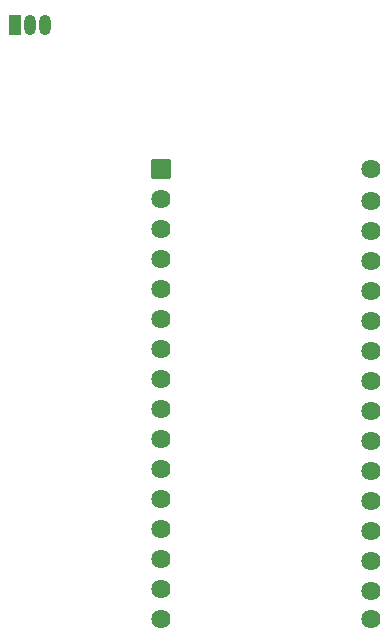
<source format=gbs>
G04 Layer: BottomSolderMaskLayer*
G04 EasyEDA Pro v2.1.59.0ce47373.225d47, 2024-05-24 15:24:34*
G04 Gerber Generator version 0.3*
G04 Scale: 100 percent, Rotated: No, Reflected: No*
G04 Dimensions in millimeters*
G04 Leading zeros omitted, absolute positions, 3 integers and 5 decimals*
%FSLAX35Y35*%
%MOMM*%
%AMRoundRect*1,1,$1,$2,$3*1,1,$1,$4,$5*1,1,$1,0-$2,0-$3*1,1,$1,0-$4,0-$5*20,1,$1,$2,$3,$4,$5,0*20,1,$1,$4,$5,0-$2,0-$3,0*20,1,$1,0-$2,0-$3,0-$4,0-$5,0*20,1,$1,0-$4,0-$5,$2,$3,0*4,1,4,$2,$3,$4,$5,0-$2,0-$3,0-$4,0-$5,$2,$3,0*%
%ADD10O,1.0016X1.7016*%
%ADD11RoundRect,0.09224X-0.45468X0.80468X0.45468X0.80468*%
%ADD12RoundRect,0.09562X-0.76499X0.76499X0.76499X0.76499*%
%ADD13C,1.6256*%
G75*


G04 Pad Start*
G54D10*
G01X-3733800Y5956300D03*
G01X-3860800Y5956300D03*
G54D11*
G01X-3987800Y5956300D03*
G54D12*
G01X-2755900Y4737100D03*
G54D13*
G01X-2755900Y4483100D03*
G01X-2755900Y4229100D03*
G01X-2755900Y3975100D03*
G01X-2755900Y3721100D03*
G01X-2755900Y3467100D03*
G01X-2755900Y3213100D03*
G01X-2755900Y2956926D03*
G01X-2755900Y2705100D03*
G01X-2755900Y2451100D03*
G01X-2755900Y2197100D03*
G01X-2755900Y1943100D03*
G01X-2755900Y1689100D03*
G01X-2755900Y1181100D03*
G01X-2755900Y927100D03*
G01X-2755900Y1435100D03*
G01X-977900Y927100D03*
G01X-977900Y4470557D03*
G01X-977900Y4216557D03*
G01X-977900Y3962557D03*
G01X-977900Y3704350D03*
G01X-977900Y3454557D03*
G01X-977900Y3200557D03*
G01X-977900Y2946557D03*
G01X-977900Y2692557D03*
G01X-977900Y2438557D03*
G01X-977900Y2184557D03*
G01X-977900Y1930557D03*
G01X-977900Y1676557D03*
G01X-977900Y1422557D03*
G01X-977900Y1168557D03*
G01X-977900Y4737100D03*
G04 Pad End*

M02*

</source>
